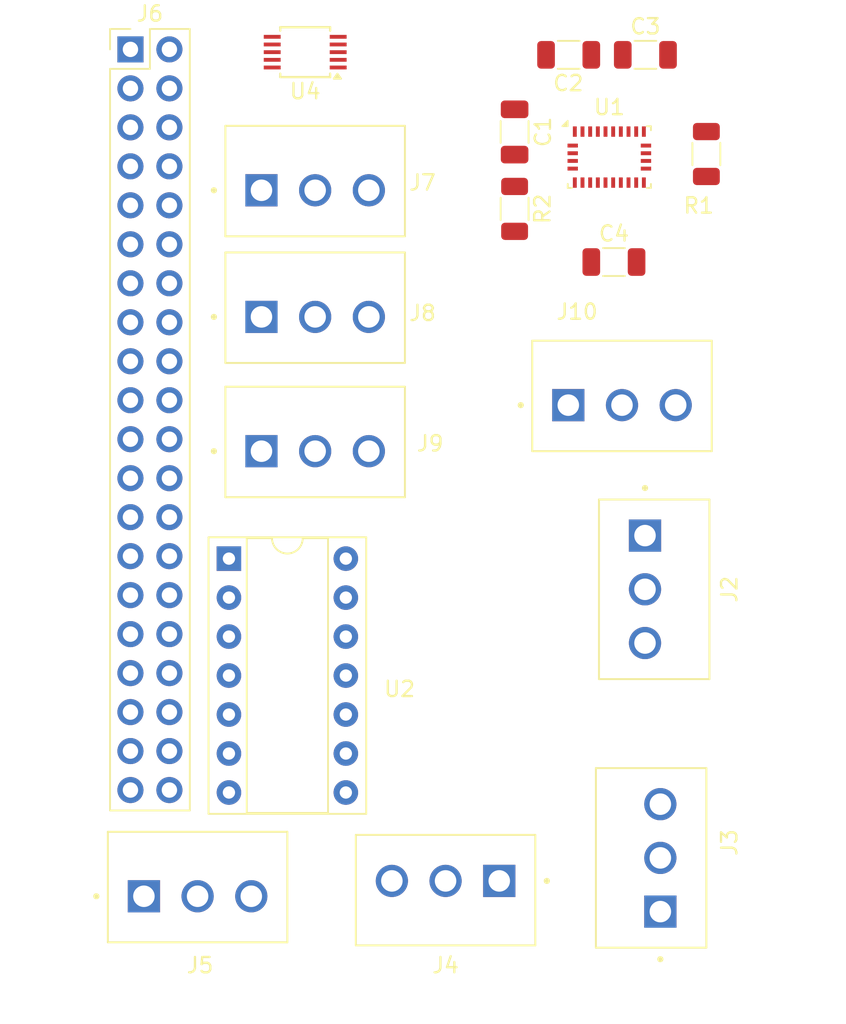
<source format=kicad_pcb>
(kicad_pcb (version 20240108) (generator "pcbnew") (generator_version "8.0")
  (layers (0 "F.Cu" signal) (31 "B.Cu" signal) (34 "B.Paste" user) (35 "F.Paste" user) (36 "B.SilkS" user "B.Silkscreen") (37 "F.SilkS" user "F.Silkscreen") (38 "B.Mask" user) (39 "F.Mask" user) (44 "Edge.Cuts" user))
  (net 0 "")
  (net 1 "GND")
  (net 2 "3.3V")
  (net 3 "Net-(U1-CAP)")
  (net 4 "Net-(J2-Pad2)")
  (net 5 "5V")
  (net 6 "Net-(J3-Pad2)")
  (net 7 "Net-(J4-Pad2)")
  (net 8 "Net-(J5-Pad2)")
  (net 9 "ST 4")
  (net 10 "/I2C_1_SCL")
  (net 11 "/UART_2_RX")
  (net 12 "/gpio232")
  (net 13 "/gpio194")
  (net 14 "/gpio20")
  (net 15 "IMU nBOOT")
  (net 16 "/I2C_1_SDA")
  (net 17 "IMU nRESET")
  (net 18 "/I2C_2_SDA")
  (net 19 "/I2C_2_SCL")
  (net 20 "ST 1")
  (net 21 "ADC ALERT")
  (net 22 "/gpio15")
  (net 23 "/gpio50")
  (net 24 "ST 3")
  (net 25 "/gpio14")
  (net 26 "IMU INT")
  (net 27 "/UART_2_TX")
  (net 28 "/gpio19")
  (net 29 "/gpio79")
  (net 30 "COM 3")
  (net 31 "/gpio12")
  (net 32 "/gpio16")
  (net 33 "/gpio13")
  (net 34 "/gpio17")
  (net 35 "ST 2")
  (net 36 "/gpio18")
  (net 37 "/ADC/Signal")
  (footprint "TBP03R2_350_03BE:CUI_TBP03R2-350-03BE" (layer "F.Cu") (at 155.5 155 90)
    (property "Reference" "J3" (at 4.5 4.5 90) (layer "F.SilkS"))
    (property "Value" "TBP03R2-350-03BE")
    (fp_line (start 9.35 -4.2) (end 9.35 3) (stroke (width 0.127)) (layer "F.SilkS"))
    (fp_line (start -2.35 -4.2) (end 9.35 -4.2) (stroke (width 0.127)) (layer "F.SilkS"))
    (fp_line (start 9.35 3) (end -2.35 3) (stroke (width 0.127)) (layer "F.SilkS"))
    (fp_line (start -2.35 3) (end -2.35 -4.2) (stroke (width 0.127)) (layer "F.SilkS"))
    (fp_circle (center -3.1 0) (end -3 0) (stroke (width 0.2)) (fill none) (layer "F.SilkS"))
    (pad "1" thru_hole rect (at 0 0 90) (size 2.1 2.1) (drill 1.4) (layers "*.Cu" "*.Mask") (net 1 "GND"))
    (pad "2" thru_hole circle (at 3.5 0 90) (size 2.1 2.1) (drill 1.4) (layers "*.Cu" "*.Mask") (net 6 "Net-(J3-Pad2)"))
    (pad "3" thru_hole circle (at 7 0 90) (size 2.1 2.1) (drill 1.4) (layers "*.Cu" "*.Mask") (net 5 "5V"))
  )
  (footprint "Resistor_SMD:R_1206_3216Metric" (layer "F.Cu") (at 146 109.2125 -90)
    (property "Reference" "R2" (at 0 -1.82 90) (layer "F.SilkS"))
    (property "Value" "10k")
    (fp_line (start -0.727064 0.91) (end 0.727064 0.91) (stroke (width 0.12)) (layer "F.SilkS"))
    (fp_line (start -0.727064 -0.91) (end 0.727064 -0.91) (stroke (width 0.12)) (layer "F.SilkS"))
    (pad "1" smd roundrect (at -1.4625 0 270) (size 1.125 1.75) (layers "F.Cu" "F.Paste" "F.Mask") (roundrect_rratio 0.222222) (net 2 "3.3V"))
    (pad "2" smd roundrect (at 1.4625 0 270) (size 1.125 1.75) (layers "F.Cu" "F.Paste" "F.Mask") (roundrect_rratio 0.222222) (net 15 "IMU nBOOT"))
  )
  (footprint "TBP03R2_350_03BE:CUI_TBP03R2-350-03BE" (layer "F.Cu") (at 129.5 108)
    (property "Reference" "J7" (at 10.5 -0.5 0) (layer "F.SilkS"))
    (property "Value" "TBP03R2-350-03BE")
    (fp_line (start -2.35 -4.2) (end 9.35 -4.2) (stroke (width 0.127)) (layer "F.SilkS"))
    (fp_line (start -2.35 3) (end -2.35 -4.2) (stroke (width 0.127)) (layer "F.SilkS"))
    (fp_line (start 9.35 -4.2) (end 9.35 3) (stroke (width 0.127)) (layer "F.SilkS"))
    (fp_line (start 9.35 3) (end -2.35 3) (stroke (width 0.127)) (layer "F.SilkS"))
    (fp_circle (center -3.1 0) (end -3 0) (stroke (width 0.2)) (fill none) (layer "F.SilkS"))
    (pad "1" thru_hole rect (at 0 0) (size 2.1 2.1) (drill 1.4) (layers "*.Cu" "*.Mask") (net 2 "3.3V"))
    (pad "2" thru_hole circle (at 3.5 0) (size 2.1 2.1) (drill 1.4) (layers "*.Cu" "*.Mask") (net 37 "/ADC/Signal"))
    (pad "3" thru_hole circle (at 7 0) (size 2.1 2.1) (drill 1.4) (layers "*.Cu" "*.Mask") (net 1 "GND"))
  )
  (footprint "TBP03R2_350_03BE:CUI_TBP03R2-350-03BE" (layer "F.Cu") (at 145 153 180)
    (property "Reference" "J4" (at 3.5 -5.5 360) (layer "F.SilkS"))
    (property "Value" "TBP03R2-350-03BE")
    (fp_line (start 9.35 3) (end -2.35 3) (stroke (width 0.127)) (layer "F.SilkS"))
    (fp_line (start 9.35 -4.2) (end 9.35 3) (stroke (width 0.127)) (layer "F.SilkS"))
    (fp_line (start -2.35 3) (end -2.35 -4.2) (stroke (width 0.127)) (layer "F.SilkS"))
    (fp_line (start -2.35 -4.2) (end 9.35 -4.2) (stroke (width 0.127)) (layer "F.SilkS"))
    (fp_circle (center -3.1 0) (end -3 0) (stroke (width 0.2)) (fill none) (layer "F.SilkS"))
    (pad "1" thru_hole rect (at 0 0 180) (size 2.1 2.1) (drill 1.4) (layers "*.Cu" "*.Mask") (net 1 "GND"))
    (pad "2" thru_hole circle (at 3.5 0 180) (size 2.1 2.1) (drill 1.4) (layers "*.Cu" "*.Mask") (net 7 "Net-(J4-Pad2)"))
    (pad "3" thru_hole circle (at 7 0 180) (size 2.1 2.1) (drill 1.4) (layers "*.Cu" "*.Mask") (net 5 "5V"))
  )
  (footprint "Package_SO:TSSOP-10_3x3mm_P0.5mm" (layer "F.Cu") (at 132.35 99 180)
    (property "Reference" "U4" (at 0 -2.55 360) (layer "F.SilkS"))
    (property "Value" "ADS1115IDGS")
    (fp_line (start 1.625 1.625) (end 1.625 1.4) (stroke (width 0.15)) (layer "F.SilkS"))
    (fp_line (start 1.625 -1.625) (end 1.625 -1.4) (stroke (width 0.15)) (layer "F.SilkS"))
    (fp_line (start -1.625 1.625) (end 1.625 1.625) (stroke (width 0.15)) (layer "F.SilkS"))
    (fp_line (start -1.625 1.625) (end -1.625 1.4) (stroke (width 0.15)) (layer "F.SilkS"))
    (fp_line (start -1.625 -1.625) (end 1.625 -1.625) (stroke (width 0.15)) (layer "F.SilkS"))
    (fp_line (start -1.625 -1.625) (end -1.625 -1.4) (stroke (width 0.15)) (layer "F.SilkS"))
    (fp_poly (pts (xy -2.1 -1.4) (xy -2.34 -1.73) (xy -1.86 -1.73) (xy -2.1 -1.4)) (stroke (width 0.12)) (fill solid) (layer "F.SilkS"))
    (pad "1" smd rect (at -2.15 -1 180) (size 1.1 0.25) (layers "F.Cu" "F.Paste" "F.Mask"))
    (pad "2" smd rect (at -2.15 -0.5 180) (size 1.1 0.25) (layers "F.Cu" "F.Paste" "F.Mask") (net 21 "ADC ALERT"))
    (pad "3" smd rect (at -2.15 0 180) (size 1.1 0.25) (layers "F.Cu" "F.Paste" "F.Mask") (net 1 "GND"))
    (pad "4" smd rect (at -2.15 0.5 180) (size 1.1 0.25) (layers "F.Cu" "F.Paste" "F.Mask") (net 37 "/ADC/Signal"))
    (pad "5" smd rect (at -2.15 1 180) (size 1.1 0.25) (layers "F.Cu" "F.Paste" "F.Mask") (net 37 "/ADC/Signal"))
    (pad "6" smd rect (at 2.15 1 180) (size 1.1 0.25) (layers "F.Cu" "F.Paste" "F.Mask") (net 37 "/ADC/Signal"))
    (pad "7" smd rect (at 2.15 0.5 180) (size 1.1 0.25) (layers "F.Cu" "F.Paste" "F.Mask") (net 37 "/ADC/Signal"))
    (pad "8" smd rect (at 2.15 0 180) (size 1.1 0.25) (layers "F.Cu" "F.Paste" "F.Mask") (net 2 "3.3V"))
    (pad "9" smd rect (at 2.15 -0.5 180) (size 1.1 0.25) (layers "F.Cu" "F.Paste" "F.Mask") (net 18 "/I2C_2_SDA"))
    (pad "10" smd rect (at 2.15 -1 180) (size 1.1 0.25) (layers "F.Cu" "F.Paste" "F.Mask") (net 19 "/I2C_2_SCL"))
  )
  (footprint "Connector_PinHeader_2.54mm:PinHeader_2x20_P2.54mm_Vertical" (layer "F.Cu") (at 120.96 98.82)
    (property "Reference" "J6" (at 1.27 -2.33 0) (layer "F.SilkS"))
    (property "Value" "40_Pin_Jetson_Connector")
    (fp_line (start -1.33 -1.33) (end 0 -1.33) (stroke (width 0.12)) (layer "F.SilkS"))
    (fp_line (start -1.33 0) (end -1.33 -1.33) (stroke (width 0.12)) (layer "F.SilkS"))
    (fp_line (start -1.33 1.27) (end -1.33 49.59) (stroke (width 0.12)) (layer "F.SilkS"))
    (fp_line (start -1.33 1.27) (end 1.27 1.27) (stroke (width 0.12)) (layer "F.SilkS"))
    (fp_line (start -1.33 49.59) (end 3.87 49.59) (stroke (width 0.12)) (layer "F.SilkS"))
    (fp_line (start 1.27 -1.33) (end 3.87 -1.33) (stroke (width 0.12)) (layer "F.SilkS"))
    (fp_line (start 1.27 1.27) (end 1.27 -1.33) (stroke (width 0.12)) (layer "F.SilkS"))
    (fp_line (start 3.87 -1.33) (end 3.87 49.59) (stroke (width 0.12)) (layer "F.SilkS"))
    (pad "1" thru_hole rect (at 0 0) (size 1.7 1.7) (drill 1) (layers "*.Cu" "*.Mask") (net 2 "3.3V"))
    (pad "2" thru_hole oval (at 2.54 0) (size 1.7 1.7) (drill 1) (layers "*.Cu" "*.Mask") (net 5 "5V"))
    (pad "3" thru_hole oval (at 0 2.54) (size 1.7 1.7) (drill 1) (layers "*.Cu" "*.Mask") (net 18 "/I2C_2_SDA"))
    (pad "4" thru_hole oval (at 2.54 2.54) (size 1.7 1.7) (drill 1) (layers "*.Cu" "*.Mask") (net 5 "5V"))
    (pad "5" thru_hole oval (at 0 5.08) (size 1.7 1.7) (drill 1) (layers "*.Cu" "*.Mask") (net 19 "/I2C_2_SCL"))
    (pad "6" thru_hole oval (at 2.54 5.08) (size 1.7 1.7) (drill 1) (layers "*.Cu" "*.Mask") (net 1 "GND"))
    (pad "7" thru_hole oval (at 0 7.62) (size 1.7 1.7) (drill 1) (layers "*.Cu" "*.Mask") (net 21 "ADC ALERT"))
    (pad "8" thru_hole oval (at 2.54 7.62) (size 1.7 1.7) (drill 1) (layers "*.Cu" "*.Mask") (net 27 "/UART_2_TX"))
    (pad "9" thru_hole oval (at 0 10.16) (size 1.7 1.7) (drill 1) (layers "*.Cu" "*.Mask") (net 1 "GND"))
    (pad "10" thru_hole oval (at 2.54 10.16) (size 1.7 1.7) (drill 1) (layers "*.Cu" "*.Mask") (net 11 "/UART_2_RX"))
    (pad "11" thru_hole oval (at 0 12.7) (size 1.7 1.7) (drill 1) (layers "*.Cu" "*.Mask") (net 23 "/gpio50"))
    (pad "12" thru_hole oval (at 2.54 12.7) (size 1.7 1.7) (drill 1) (layers "*.Cu" "*.Mask") (net 29 "/gpio79"))
    (pad "13" thru_hole oval (at 0 15.24) (size 1.7 1.7) (drill 1) (layers "*.Cu" "*.Mask") (net 25 "/gpio14"))
    (pad "14" thru_hole oval (at 2.54 15.24) (size 1.7 1.7) (drill 1) (layers "*.Cu" "*.Mask") (net 1 "GND"))
    (pad "15" thru_hole oval (at 0 17.78) (size 1.7 1.7) (drill 1) (layers "*.Cu" "*.Mask") (net 13 "/gpio194"))
    (pad "16" thru_hole oval (at 2.54 17.78) (size 1.7 1.7) (drill 1) (layers "*.Cu" "*.Mask") (net 12 "/gpio232"))
    (pad "17" thru_hole oval (at 0 20.32) (size 1.7 1.7) (drill 1) (layers "*.Cu" "*.Mask") (net 2 "3.3V"))
    (pad "18" thru_hole oval (at 2.54 20.32) (size 1.7 1.7) (drill 1) (layers "*.Cu" "*.Mask") (net 22 "/gpio15"))
    (pad "19" thru_hole oval (at 0 22.86) (size 1.7 1.7) (drill 1) (layers "*.Cu" "*.Mask") (net 32 "/gpio16"))
    (pad "20" thru_hole oval (at 2.54 22.86) (size 1.7 1.7) (drill 1) (layers "*.Cu" "*.Mask") (net 1 "GND"))
    (pad "21" thru_hole oval (at 0 25.4) (size 1.7 1.7) (drill 1) (layers "*.Cu" "*.Mask") (net 34 "/gpio17"))
    (pad "22" thru_hole oval (at 2.54 25.4) (size 1.7 1.7) (drill 1) (layers "*.Cu" "*.Mask") (net 33 "/gpio13"))
    (pad "23" thru_hole oval (at 0 27.94) (size 1.7 1.7) (drill 1) (layers "*.Cu" "*.Mask") (net 36 "/gpio18"))
    (pad "24" thru_hole oval (at 2.54 27.94) (size 1.7 1.7) (drill 1) (layers "*.Cu" "*.Mask") (net 28 "/gpio19"))
    (pad "25" thru_hole oval (at 0 30.48) (size 1.7 1.7) (drill 1) (layers "*.Cu" "*.Mask") (net 1 "GND"))
    (pad "26" thru_hole oval (at 2.54 30.48) (size 1.7 1.7) (drill 1) (layers "*.Cu" "*.Mask") (net 14 "/gpio20"))
    (pad "27" thru_hole oval (at 0 33.02) (size 1.7 1.7) (drill 1) (layers "*.Cu" "*.Mask") (net 16 "/I2C_1_SDA"))
    (pad "28" thru_hole oval (at 2.54 33.02) (size 1.7 1.7) (drill 1) (layers "*.Cu" "*.Mask") (net 10 "/I2C_1_SCL"))
    (pad "29" thru_hole oval (at 0 35.56) (size 1.7 1.7) (drill 1) (layers "*.Cu" "*.Mask") (net 17 "IMU nRESET"))
    (pad "30" thru_hole oval (at 2.54 35.56) (size 1.7 1.7) (drill 1) (layers "*.Cu" "*.Mask") (net 1 "GND"))
    (pad "31" thru_hole oval (at 0 38.1) (size 1.7 1.7) (drill 1) (layers "*.Cu" "*.Mask") (net 26 "IMU INT"))
    (pad "32" thru_hole oval (at 2.54 38.1) (size 1.7 1.7) (drill 1) (layers "*.Cu" "*.Mask") (net 20 "ST 1"))
    (pad "33" thru_hole oval (at 0 40.64) (size 1.7 1.7) (drill 1) (layers "*.Cu" "*.Mask") (net 15 "IMU nBOOT"))
    (pad "34" thru_hole oval (at 2.54 40.64) (size 1.7 1.7) (drill 1) (layers "*.Cu" "*.Mask") (net 1 "GND"))
    (pad "35" thru_hole oval (at 0 43.18) (size 1.7 1.7) (drill 1) (layers "*.Cu" "*.Mask") (net 30 "COM 3"))
    (pad "36" thru_hole oval (at 2.54 43.18) (size 1.7 1.7) (drill 1) (layers "*.Cu" "*.Mask") (net 35 "ST 2"))
    (pad "37" thru_hole oval (at 0 45.72) (size 1.7 1.7) (drill 1) (layers "*.Cu" "*.Mask") (net 31 "/gpio12"))
    (pad "38" thru_hole oval (at 2.54 45.72) (size 1.7 1.7) (drill 1) (layers "*.Cu" "*.Mask") (net 24 "ST 3"))
    (pad "39" thru_hole oval (at 0 48.26) (size 1.7 1.7) (drill 1) (layers "*.Cu" "*.Mask") (net 1 "GND"))
    (pad "40" thru_hole oval (at 2.54 48.26) (size 1.7 1.7) (drill 1) (layers "*.Cu" "*.Mask") (net 9 "ST 4"))
  )
  (footprint "TBP03R2_350_03BE:CUI_TBP03R2-350-03BE" (layer "F.Cu") (at 149.5 122)
    (property "Reference" "J10" (at 0.575 -6.085 360) (layer "F.SilkS"))
    (property "Value" "TBP03R2-350-03BE")
    (fp_line (start -2.35 -4.2) (end 9.35 -4.2) (stroke (width 0.127)) (layer "F.SilkS"))
    (fp_line (start -2.35 3) (end -2.35 -4.2) (stroke (width 0.127)) (layer "F.SilkS"))
    (fp_line (start 9.35 -4.2) (end 9.35 3) (stroke (width 0.127)) (layer "F.SilkS"))
    (fp_line (start 9.35 3) (end -2.35 3) (stroke (width 0.127)) (layer "F.SilkS"))
    (fp_circle (center -3.1 0) (end -3 0) (stroke (width 0.2)) (fill none) (layer "F.SilkS"))
    (pad "1" thru_hole rect (at 0 0) (size 2.1 2.1) (drill 1.4) (layers "*.Cu" "*.Mask") (net 2 "3.3V"))
    (pad "2" thru_hole circle (at 3.5 0) (size 2.1 2.1) (drill 1.4) (layers "*.Cu" "*.Mask") (net 37 "/ADC/Signal"))
    (pad "3" thru_hole circle (at 7 0) (size 2.1 2.1) (drill 1.4) (layers "*.Cu" "*.Mask") (net 1 "GND"))
  )
  (footprint "Capacitor_SMD:C_1206_3216Metric" (layer "F.Cu") (at 149.525 99.175 180)
    (property "Reference" "C2" (at 0.025 -1.85 360) (layer "F.SilkS"))
    (property "Value" "6.8n")
    (fp_line (start -0.711252 0.91) (end 0.711252 0.91) (stroke (width 0.12)) (layer "F.SilkS"))
    (fp_line (start -0.711252 -0.91) (end 0.711252 -0.91) (stroke (width 0.12)) (layer "F.SilkS"))
    (pad "1" smd roundrect (at -1.475 0 180) (size 1.15 1.8) (layers "F.Cu" "F.Paste" "F.Mask") (roundrect_rratio 0.217391) (net 1 "GND"))
    (pad "2" smd roundrect (at 1.475 0 180) (size 1.15 1.8) (layers "F.Cu" "F.Paste" "F.Mask") (roundrect_rratio 0.217391) (net 2 "3.3V"))
  )
  (footprint "TBP03R2_350_03BE:CUI_TBP03R2-350-03BE" (layer "F.Cu") (at 129.5 116.25)
    (property "Reference" "J8" (at 10.5 -0.25 0) (layer "F.SilkS"))
    (property "Value" "TBP03R2-350-03BE")
    (fp_line (start -2.35 -4.2) (end 9.35 -4.2) (stroke (width 0.127)) (layer "F.SilkS"))
    (fp_line (start -2.35 3) (end -2.35 -4.2) (stroke (width 0.127)) (layer "F.SilkS"))
    (fp_line (start 9.35 -4.2) (end 9.35 3) (stroke (width 0.127)) (layer "F.SilkS"))
    (fp_line (start 9.35 3) (end -2.35 3) (stroke (width 0.127)) (layer "F.SilkS"))
    (fp_circle (center -3.1 0) (end -3 0) (stroke (width 0.2)) (fill none) (layer "F.SilkS"))
    (pad "1" thru_hole rect (at 0 0) (size 2.1 2.1) (drill 1.4) (layers "*.Cu" "*.Mask") (net 2 "3.3V"))
    (pad "2" thru_hole circle (at 3.5 0) (size 2.1 2.1) (drill 1.4) (layers "*.Cu" "*.Mask") (net 37 "/ADC/Signal"))
    (pad "3" thru_hole circle (at 7 0) (size 2.1 2.1) (drill 1.4) (layers "*.Cu" "*.Mask") (net 1 "GND"))
  )
  (footprint "TBP03R2_350_03BE:CUI_TBP03R2-350-03BE" (layer "F.Cu") (at 129.5 125)
    (property "Reference" "J9" (at 11 -0.5 0) (layer "F.SilkS"))
    (property "Value" "TBP03R2-350-03BE")
    (fp_line (start -2.35 -4.2) (end 9.35 -4.2) (stroke (width 0.127)) (layer "F.SilkS"))
    (fp_line (start -2.35 3) (end -2.35 -4.2) (stroke (width 0.127)) (layer "F.SilkS"))
    (fp_line (start 9.35 -4.2) (end 9.35 3) (stroke (width 0.127)) (layer "F.SilkS"))
    (fp_line (start 9.35 3) (end -2.35 3) (stroke (width 0.127)) (layer "F.SilkS"))
    (fp_circle (center -3.1 0) (end -3 0) (stroke (width 0.2)) (fill none) (layer "F.SilkS"))
    (pad "1" thru_hole rect (at 0 0) (size 2.1 2.1) (drill 1.4) (layers "*.Cu" "*.Mask") (net 2 "3.3V"))
    (pad "2" thru_hole circle (at 3.5 0) (size 2.1 2.1) (drill 1.4) (layers "*.Cu" "*.Mask") (net 37 "/ADC/Signal"))
    (pad "3" thru_hole circle (at 7 0) (size 2.1 2.1) (drill 1.4) (layers "*.Cu" "*.Mask") (net 1 "GND"))
  )
  (footprint "Capacitor_SMD:C_1206_3216Metric" (layer "F.Cu") (at 152.475 112.675)
    (property "Reference" "C4" (at 0 -1.85 360) (layer "F.SilkS"))
    (property "Value" "100n")
    (fp_line (start -0.711252 -0.91) (end 0.711252 -0.91) (stroke (width 0.12)) (layer "F.SilkS"))
    (fp_line (start -0.711252 0.91) (end 0.711252 0.91) (stroke (width 0.12)) (layer "F.SilkS"))
    (pad "1" smd roundrect (at -1.475 0) (size 1.15 1.8) (layers "F.Cu" "F.Paste" "F.Mask") (roundrect_rratio 0.217391) (net 3 "Net-(U1-CAP)"))
    (pad "2" smd roundrect (at 1.475 0) (size 1.15 1.8) (layers "F.Cu" "F.Paste" "F.Mask") (roundrect_rratio 0.217391) (net 1 "GND"))
  )
  (footprint "Capacitor_SMD:C_1206_3216Metric" (layer "F.Cu") (at 146 104.2 -90)
    (property "Reference" "C1" (at 0 -1.85 90) (layer "F.SilkS"))
    (property "Value" "100n")
    (fp_line (start -0.711252 0.91) (end 0.711252 0.91) (stroke (width 0.12)) (layer "F.SilkS"))
    (fp_line (start -0.711252 -0.91) (end 0.711252 -0.91) (stroke (width 0.12)) (layer "F.SilkS"))
    (pad "1" smd roundrect (at -1.475 0 270) (size 1.15 1.8) (layers "F.Cu" "F.Paste" "F.Mask") (roundrect_rratio 0.217391) (net 1 "GND"))
    (pad "2" smd roundrect (at 1.475 0 270) (size 1.15 1.8) (layers "F.Cu" "F.Paste" "F.Mask") (roundrect_rratio 0.217391) (net 2 "3.3V"))
  )
  (footprint "Capacitor_SMD:C_1206_3216Metric" (layer "F.Cu") (at 154.525 99.175)
    (property "Reference" "C3" (at 0 -1.85 360) (layer "F.SilkS"))
    (property "Value" "120n")
    (fp_line (start -0.711252 -0.91) (end 0.711252 -0.91) (stroke (width 0.12)) (layer "F.SilkS"))
    (fp_line (start -0.711252 0.91) (end 0.711252 0.91) (stroke (width 0.12)) (layer "F.SilkS"))
    (pad "1" smd roundrect (at -1.475 0) (size 1.15 1.8) (layers "F.Cu" "F.Paste" "F.Mask") (roundrect_rratio 0.217391) (net 1 "GND"))
    (pad "2" smd roundrect (at 1.475 0) (size 1.15 1.8) (layers "F.Cu" "F.Paste" "F.Mask") (roundrect_rratio 0.217391) (net 2 "3.3V"))
  )
  (footprint "Package_DIP:DIP-14_W7.62mm_Socket" (layer "F.Cu") (at 127.38 132)
    (property "Reference" "U2" (at 11.12 8.5 360) (layer "F.SilkS"))
    (property "Value" "74LV14")
    (fp_line (start -1.33 -1.39) (end -1.33 16.63) (stroke (width 0.12)) (layer "F.SilkS"))
    (fp_line (start -1.33 16.63) (end 8.95 16.63) (stroke (width 0.12)) (layer "F.SilkS"))
    (fp_line (start 1.16 -1.33) (end 1.16 16.57) (stroke (width 0.12)) (layer "F.SilkS"))
    (fp_line (start 1.16 16.57) (end 6.46 16.57) (stroke (width 0.12)) (layer "F.SilkS"))
    (fp_line (start 2.81 -1.33) (end 1.16 -1.33) (stroke (width 0.12)) (layer "F.SilkS"))
    (fp_line (start 6.46 -1.33) (end 4.81 -1.33) (stroke (width 0.12)) (layer "F.SilkS"))
    (fp_line (start 6.46 16.57) (end 6.46 -1.33) (stroke (width 0.12)) (layer "F.SilkS"))
    (fp_line (start 8.95 -1.39) (end -1.33 -1.39) (stroke (width 0.12)) (layer "F.SilkS"))
    (fp_line (start 8.95 16.63) (end 8.95 -1.39) (stroke (width 0.12)) (layer "F.SilkS"))
    (fp_arc (start 4.81 -1.33) (mid 3.81 -0.33) (end 2.81 -1.33) (stroke (width 0.12)) (layer "F.SilkS"))
    (pad "1" thru_hole rect (at 0 0) (size 1.6 1.6) (drill 0.8) (layers "*.Cu" "*.Mask") (net 4 "Net-(J2-Pad2)"))
    (pad "2" thru_hole oval (at 0 2.54) (size 1.6 1.6) (drill 0.8) (layers "*.Cu" "*.Mask") (net 20 "ST 1"))
    (pad "3" thru_hole oval (at 0 5.08) (size 1.6 1.6) (drill 0.8) (layers "*.Cu" "*.Mask") (net 6 "Net-(J3-Pad2)"))
    (pad "4" thru_hole oval (at 0 7.62) (size 1.6 1.6) (drill 0.8) (layers "*.Cu" "*.Mask") (net 35 "ST 2"))
    (pad "5" thru_hole oval (at 0 10.16) (size 1.6 1.6) (drill 0.8) (layers "*.Cu" "*.Mask") (net 7 "Net-(J4-Pad2)"))
    (pad "6" thru_hole oval (at 0 12.7) (size 1.6 1.6) (drill 0.8) (layers "*.Cu" "*.Mask") (net 24 "ST 3"))
    (pad "7" thru_hole oval (at 0 15.24) (size 1.6 1.6) (drill 0.8) (layers "*.Cu" "*.Mask") (net 1 "GND"))
    (pad "8" thru_hole oval (at 7.62 15.24) (size 1.6 1.6) (drill 0.8) (layers "*.Cu" "*.Mask") (net 9 "ST 4"))
    (pad "9" thru_hole oval (at 7.62 12.7) (size 1.6 1.6) (drill 0.8) (layers "*.Cu" "*.Mask") (net 8 "Net-(J5-Pad2)"))
    (pad "10" thru_hole oval (at 7.62 10.16) (size 1.6 1.6) (drill 0.8) (layers "*.Cu" "*.Mask"))
    (pad "11" thru_hole oval (at 7.62 7.62) (size 1.6 1.6) (drill 0.8) (layers "*.Cu" "*.Mask"))
    (pad "12" thru_hole oval (at 7.62 5.08) (size 1.6 1.6) (drill 0.8) (layers "*.Cu" "*.Mask"))
    (pad "13" thru_hole oval (at 7.62 2.54) (size 1.6 1.6) (drill 0.8) (layers "*.Cu" "*.Mask"))
    (pad "14" thru_hole oval (at 7.62 0) (size 1.6 1.6) (drill 0.8) (layers "*.Cu" "*.Mask") (net 5 "5V"))
  )
  (footprint "TBP03R2_350_03BE:CUI_TBP03R2-350-03BE" (layer "F.Cu") (at 154.5 130.5 -90)
    (property "Reference" "J2" (at 3.5 -5.5 90) (layer "F.SilkS"))
    (property "Value" "TBP03R2-350-03BE")
    (fp_line (start -2.35 3) (end -2.35 -4.2) (stroke (width 0.127)) (layer "F.SilkS"))
    (fp_line (start 9.35 3) (end -2.35 3) (stroke (width 0.127)) (layer "F.SilkS"))
    (fp_line (start -2.35 -4.2) (end 9.35 -4.2) (stroke (width 0.127)) (layer "F.SilkS"))
    (fp_line (start 9.35 -4.2) (end 9.35 3) (stroke (width 0.127)) (layer "F.SilkS"))
    (fp_circle (center -3.1 0) (end -3 0) (stroke (width 0.2)) (fill none) (layer "F.SilkS"))
    (pad "1" thru_hole rect (at 0 0 270) (size 2.1 2.1) (drill 1.4) (layers "*.Cu" "*.Mask") (net 1 "GND"))
    (pad "2" thru_hole circle (at 3.5 0 270) (size 2.1 2.1) (drill 1.4) (layers "*.Cu" "*.Mask") (net 4 "Net-(J2-Pad2)"))
    (pad "3" thru_hole circle (at 7 0 270) (size 2.1 2.1) (drill 1.4) (layers "*.Cu" "*.Mask") (net 5 "5V"))
  )
  (footprint "Resistor_SMD:R_1206_3216Metric" (layer "F.Cu") (at 158.5 105.6375 -90)
    (property "Reference" "R1" (at 3.3625 0.5 0) (layer "F.SilkS"))
    (property "Value" "10k")
    (fp_line (start -0.727064 0.91) (end 0.727064 0.91) (stroke (width 0.12)) (layer "F.SilkS"))
    (fp_line (start -0.727064 -0.91) (end 0.727064 -0.91) (stroke (width 0.12)) (layer "F.SilkS"))
    (pad "1" smd roundrect (at -1.4625 0 270) (size 1.125 1.75) (layers "F.Cu" "F.Paste" "F.Mask") (roundrect_rratio 0.222222) (net 2 "3.3V"))
    (pad "2" smd roundrect (at 1.4625 0 270) (size 1.125 1.75) (layers "F.Cu" "F.Paste" "F.Mask") (roundrect_rratio 0.222222) (net 17 "IMU nRESET"))
  )
  (footprint "TBP03R2_350_03BE:CUI_TBP03R2-350-03BE" (layer "F.Cu") (at 121.8375 154)
    (property "Reference" "J5" (at 3.6625 4.5 360) (layer "F.SilkS"))
    (property "Value" "TBP03R2-350-03BE")
    (fp_line (start -2.35 -4.2) (end 9.35 -4.2) (stroke (width 0.127)) (layer "F.SilkS"))
    (fp_line (start -2.35 3) (end -2.35 -4.2) (stroke (width 0.127)) (layer "F.SilkS"))
    (fp_line (start 9.35 -4.2) (end 9.35 3) (stroke (width 0.127)) (layer "F.SilkS"))
    (fp_line (start 9.35 3) (end -2.35 3) (stroke (width 0.127)) (layer "F.SilkS"))
    (fp_circle (center -3.1 0) (end -3 0) (stroke (width 0.2)) (fill none) (layer "F.SilkS"))
    (pad "1" thru_hole rect (at 0 0) (size 2.1 2.1) (drill 1.4) (layers "*.Cu" "*.Mask") (net 1 "GND"))
    (pad "2" thru_hole circle (at 3.5 0) (size 2.1 2.1) (drill 1.4) (layers "*.Cu" "*.Mask") (net 8 "Net-(J5-Pad2)"))
    (pad "3" thru_hole circle (at 7 0) (size 2.1 2.1) (drill 1.4) (layers "*.Cu" "*.Mask") (net 5 "5V"))
  )
  (footprint "Package_LGA:LGA-28_5.2x3.8mm_P0.5mm" (layer "F.Cu") (at 152.175 105.8375)
    (property "Reference" "U1" (at 0 -3.25 360) (layer "F.SilkS"))
    (property "Value" "BNO055")
    (fp_line (start -2.71 2.01) (end -2.71 1.75) (stroke (width 0.12)) (layer "F.SilkS"))
    (fp_line (start -2.71 2.01) (end -2.45 2.01) (stroke (width 0.12)) (layer "F.SilkS"))
    (fp_line (start 2.71 -2.01) (end 2.45 -2.01) (stroke (width 0.12)) (layer "F.SilkS"))
    (fp_line (start 2.71 -2.01) (end 2.71 -1.75) (stroke (width 0.12)) (layer "F.SilkS"))
    (fp_line (start 2.71 2.01) (end 2.45 2.01) (stroke (width 0.12)) (layer "F.SilkS"))
    (fp_line (start 2.71 2.01) (end 2.71 1.75) (stroke (width 0.12)) (layer "F.SilkS"))
    (fp_poly (pts (xy -2.71 -2.01) (xy -3.07 -2.01) (xy -2.71 -2.37) (xy -2.71 -2.01)) (stroke (width 0.1)) (fill solid) (layer "F.SilkS"))
    (pad "1" smd rect (at -2.25 -1.6625) (size 0.254 0.675) (layers "F.Cu" "F.Paste" "F.Mask"))
    (pad "2" smd rect (at -2.3875 -0.75 90) (size 0.254 0.675) (layers "F.Cu" "F.Paste" "F.Mask") (net 1 "GND"))
    (pad "3" smd rect (at -2.3875 -0.25 90) (size 0.254 0.675) (layers "F.Cu" "F.Paste" "F.Mask") (net 2 "3.3V"))
    (pad "4" smd rect (at -2.3875 0.25 90) (size 0.254 0.675) (layers "F.Cu" "F.Paste" "F.Mask") (net 15 "IMU nBOOT"))
    (pad "5" smd rect (at -2.3875 0.75 90) (size 0.254 0.675) (layers "F.Cu" "F.Paste" "F.Mask") (net 1 "GND"))
    (pad "6" smd rect (at -2.25 1.6625) (size 0.254 0.675) (layers "F.Cu" "F.Paste" "F.Mask") (net 1 "GND"))
    (pad "7" smd rect (at -1.75 1.6625) (size 0.254 0.675) (layers "F.Cu" "F.Paste" "F.Mask"))
    (pad "8" smd rect (at -1.25 1.6625) (size 0.254 0.675) (layers "F.Cu" "F.Paste" "F.Mask"))
    (pad "9" smd rect (at -0.75 1.6625) (size 0.254 0.675) (layers "F.Cu" "F.Paste" "F.Mask") (net 3 "Net-(U1-CAP)"))
    (pad "10" smd rect (at -0.25 1.6625) (size 0.254 0.675) (layers "F.Cu" "F.Paste" "F.Mask") (net 1 "GND"))
    (pad "11" smd rect (at 0.25 1.6625) (size 0.254 0.675) (layers "F.Cu" "F.Paste" "F.Mask") (net 17 "IMU nRESET"))
    (pad "12" smd rect (at 0.75 1.6625) (size 0.254 0.675) (layers "F.Cu" "F.Paste" "F.Mask"))
    (pad "13" smd rect (at 1.25 1.6625) (size 0.254 0.675) (layers "F.Cu" "F.Paste" "F.Mask"))
    (pad "14" smd rect (at 1.75 1.6625) (size 0.254 0.675) (layers "F.Cu" "F.Paste" "F.Mask") (net 26 "IMU INT"))
    (pad "15" smd rect (at 2.25 1.6625) (size 0.254 0.675) (layers "F.Cu" "F.Paste" "F.Mask") (net 1 "GND"))
    (pad "16" smd rect (at 2.3875 0.75 90) (size 0.254 0.675) (layers "F.Cu" "F.Paste" "F.Mask") (net 1 "GND"))
    (pad "17" smd rect (at 2.3875 0.25 90) (size 0.254 0.675) (layers "F.Cu" "F.Paste" "F.Mask") (net 30 "COM 3"))
    (pad "18" smd rect (at 2.3875 -0.25 90) (size 0.254 0.675) (layers "F.Cu" "F.Paste" "F.Mask") (net 1 "GND"))
    (pad "19" smd rect (at 2.3875 -0.75 90) (size 0.254 0.675) (layers "F.Cu" "F.Paste" "F.Mask") (net 19 "/I2C_2_SCL"))
    (pad "20" smd rect (at 2.25 -1.6625) (size 0.254 0.675) (layers "F.Cu" "F.Paste" "F.Mask") (net 18 "/I2C_2_SDA"))
    (pad "21" smd rect (at 1.75 -1.6625) (size 0.254 0.675) (layers "F.Cu" "F.Paste" "F.Mask"))
    (pad "22" smd rect (at 1.25 -1.6625) (size 0.254 0.675) (layers "F.Cu" "F.Paste" "F.Mask"))
    (pad "23" smd rect (at 0.75 -1.6625) (size 0.254 0.675) (layers "F.Cu" "F.Paste" "F.Mask"))
    (pad "24" smd rect (at 0.25 -1.6625) (size 0.254 0.675) (layers "F.Cu" "F.Paste" "F.Mask"))
    (pad "25" smd rect (at -0.25 -1.6625) (size 0.254 0.675) (layers "F.Cu" "F.Paste" "F.Mask") (net 1 "GND"))
    (pad "26" smd rect (at -0.75 -1.6625) (size 0.254 0.675) (layers "F.Cu" "F.Paste" "F.Mask"))
    (pad "27" smd rect (at -1.25 -1.6625) (size 0.254 0.675) (layers "F.Cu" "F.Paste" "F.Mask"))
    (pad "28" smd rect (at -1.75 -1.6625) (size 0.254 0.675) (layers "F.Cu" "F.Paste" "F.Mask") (net 2 "3.3V"))
  )
)
</source>
